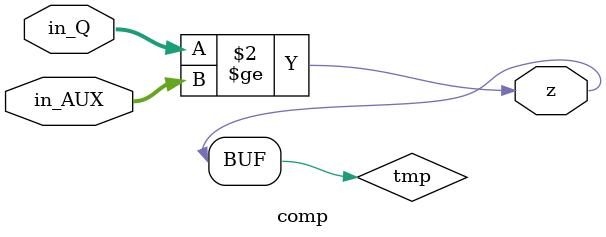
<source format=v>
module comp (
    in_AUX,
    in_Q,
    z
);

input [31:0] in_AUX;
input [31:0] in_Q;
output z;
reg tmp;
initial tmp = 0;
assign z = tmp;
    always @(*)
        tmp = in_Q >= in_AUX;
endmodule

</source>
